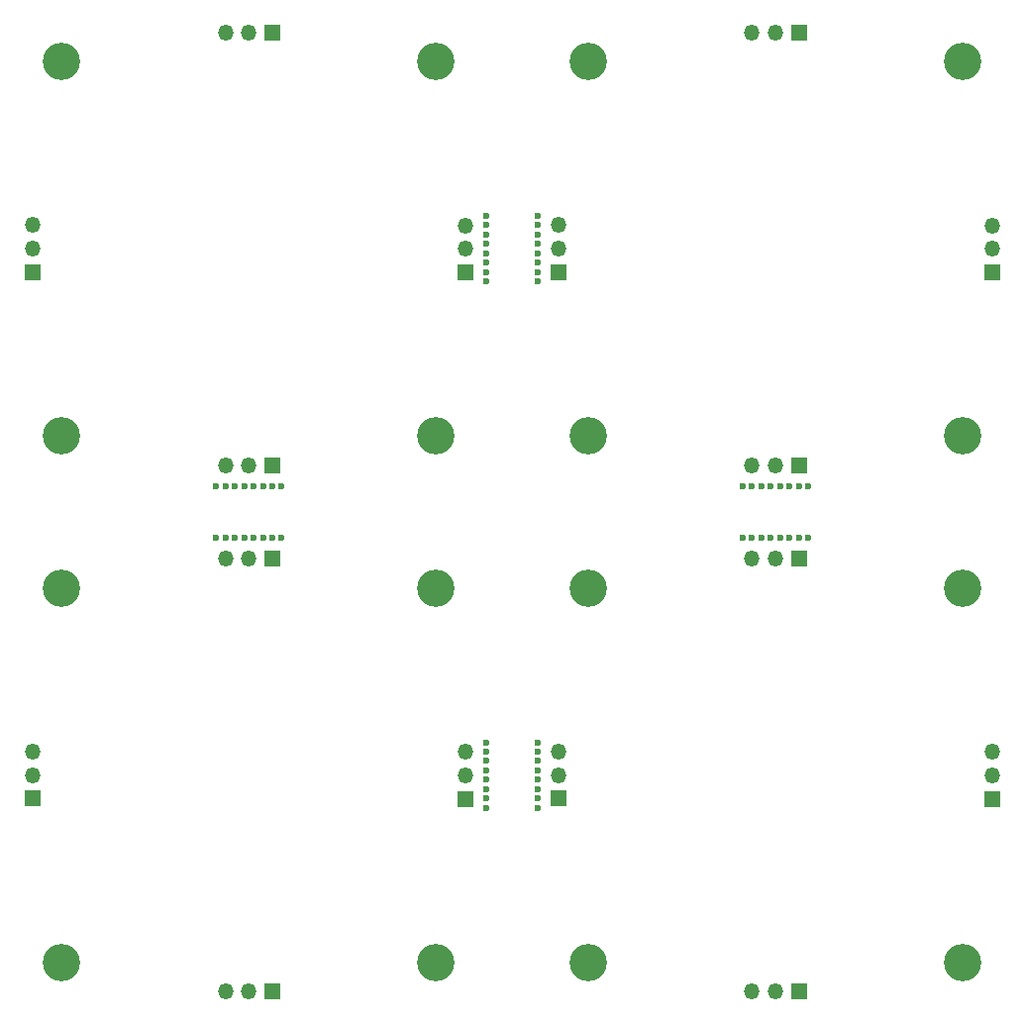
<source format=gbr>
%TF.GenerationSoftware,KiCad,Pcbnew,7.0.1*%
%TF.CreationDate,2023-09-10T14:19:26+09:00*%
%TF.ProjectId,cross_led,63726f73-735f-46c6-9564-2e6b69636164,rev?*%
%TF.SameCoordinates,Original*%
%TF.FileFunction,Soldermask,Bot*%
%TF.FilePolarity,Negative*%
%FSLAX46Y46*%
G04 Gerber Fmt 4.6, Leading zero omitted, Abs format (unit mm)*
G04 Created by KiCad (PCBNEW 7.0.1) date 2023-09-10 14:19:26*
%MOMM*%
%LPD*%
G01*
G04 APERTURE LIST*
%ADD10C,3.200000*%
%ADD11R,1.350000X1.350000*%
%ADD12O,1.350000X1.350000*%
%ADD13C,0.600000*%
G04 APERTURE END LIST*
D10*
%TO.C,REF\u002A\u002A*%
X103300000Y-84800000D03*
%TD*%
D11*
%TO.C,J202*%
X182825000Y-70825000D03*
D12*
X182825000Y-68825000D03*
X182825000Y-66825000D03*
%TD*%
D11*
%TO.C,J203*%
X121300000Y-132325000D03*
D12*
X119300000Y-132325000D03*
X117300000Y-132325000D03*
%TD*%
D10*
%TO.C,REF\u002A\u002A*%
X180300000Y-97800000D03*
%TD*%
%TO.C,REF\u002A\u002A*%
X135300000Y-97800000D03*
%TD*%
%TO.C,REF\u002A\u002A*%
X135300000Y-52800000D03*
%TD*%
D13*
%TO.C,REF\u002A\u002A*%
X116500000Y-89100000D03*
X116500000Y-93500000D03*
X117300000Y-89100000D03*
X117300000Y-93500000D03*
X118100000Y-89100000D03*
X118100000Y-93500000D03*
X118900000Y-89100000D03*
X118900000Y-93500000D03*
X119700000Y-89100000D03*
X119700000Y-93500000D03*
X120500000Y-89100000D03*
X120500000Y-93500000D03*
X121300000Y-89100000D03*
X121300000Y-93500000D03*
X122100000Y-89100000D03*
X122100000Y-93500000D03*
%TD*%
D10*
%TO.C,REF\u002A\u002A*%
X148300000Y-129800000D03*
%TD*%
D11*
%TO.C,J201*%
X121300000Y-50300000D03*
D12*
X119300000Y-50300000D03*
X117300000Y-50300000D03*
%TD*%
D11*
%TO.C,J204*%
X145775000Y-70800000D03*
D12*
X145775000Y-68800000D03*
X145775000Y-66800000D03*
%TD*%
D10*
%TO.C,REF\u002A\u002A*%
X135300000Y-84800000D03*
%TD*%
D11*
%TO.C,J201*%
X166300000Y-95300000D03*
D12*
X164300000Y-95300000D03*
X162300000Y-95300000D03*
%TD*%
D13*
%TO.C,REF\u002A\u002A*%
X139600000Y-116600000D03*
X144000000Y-116600000D03*
X139600000Y-115800000D03*
X144000000Y-115800000D03*
X139600000Y-115000000D03*
X144000000Y-115000000D03*
X139600000Y-114200000D03*
X144000000Y-114200000D03*
X139600000Y-113400000D03*
X144000000Y-113400000D03*
X139600000Y-112600000D03*
X144000000Y-112600000D03*
X139600000Y-111800000D03*
X144000000Y-111800000D03*
X139600000Y-111000000D03*
X144000000Y-111000000D03*
%TD*%
D10*
%TO.C,REF\u002A\u002A*%
X103300000Y-129800000D03*
%TD*%
%TO.C,REF\u002A\u002A*%
X148300000Y-52800000D03*
%TD*%
%TO.C,REF\u002A\u002A*%
X148300000Y-97800000D03*
%TD*%
D11*
%TO.C,J204*%
X145775000Y-115800000D03*
D12*
X145775000Y-113800000D03*
X145775000Y-111800000D03*
%TD*%
D11*
%TO.C,J201*%
X121300000Y-95300000D03*
D12*
X119300000Y-95300000D03*
X117300000Y-95300000D03*
%TD*%
D10*
%TO.C,REF\u002A\u002A*%
X148300000Y-84800000D03*
%TD*%
D11*
%TO.C,J201*%
X166300000Y-50300000D03*
D12*
X164300000Y-50300000D03*
X162300000Y-50300000D03*
%TD*%
D10*
%TO.C,REF\u002A\u002A*%
X103300000Y-52800000D03*
%TD*%
%TO.C,REF\u002A\u002A*%
X135300000Y-129800000D03*
%TD*%
D11*
%TO.C,J202*%
X182825000Y-115825000D03*
D12*
X182825000Y-113825000D03*
X182825000Y-111825000D03*
%TD*%
D11*
%TO.C,J203*%
X166300000Y-87325000D03*
D12*
X164300000Y-87325000D03*
X162300000Y-87325000D03*
%TD*%
D10*
%TO.C,REF\u002A\u002A*%
X103300000Y-97800000D03*
%TD*%
%TO.C,REF\u002A\u002A*%
X180300000Y-129800000D03*
%TD*%
D11*
%TO.C,J204*%
X100775000Y-115800000D03*
D12*
X100775000Y-113800000D03*
X100775000Y-111800000D03*
%TD*%
D11*
%TO.C,J202*%
X137825000Y-115825000D03*
D12*
X137825000Y-113825000D03*
X137825000Y-111825000D03*
%TD*%
D10*
%TO.C,REF\u002A\u002A*%
X180300000Y-84800000D03*
%TD*%
D11*
%TO.C,J202*%
X137825000Y-70825000D03*
D12*
X137825000Y-68825000D03*
X137825000Y-66825000D03*
%TD*%
D13*
%TO.C,REF\u002A\u002A*%
X167100000Y-93500000D03*
X167100000Y-89100000D03*
X166300000Y-93500000D03*
X166300000Y-89100000D03*
X165500000Y-93500000D03*
X165500000Y-89100000D03*
X164700000Y-93500000D03*
X164700000Y-89100000D03*
X163900000Y-93500000D03*
X163900000Y-89100000D03*
X163100000Y-93500000D03*
X163100000Y-89100000D03*
X162300000Y-93500000D03*
X162300000Y-89100000D03*
X161500000Y-93500000D03*
X161500000Y-89100000D03*
%TD*%
D11*
%TO.C,J204*%
X100775000Y-70800000D03*
D12*
X100775000Y-68800000D03*
X100775000Y-66800000D03*
%TD*%
D11*
%TO.C,J203*%
X121300000Y-87325000D03*
D12*
X119300000Y-87325000D03*
X117300000Y-87325000D03*
%TD*%
D10*
%TO.C,REF\u002A\u002A*%
X180300000Y-52800000D03*
%TD*%
D13*
%TO.C,REF\u002A\u002A*%
X144000000Y-66000000D03*
X139600000Y-66000000D03*
X144000000Y-66800000D03*
X139600000Y-66800000D03*
X144000000Y-67600000D03*
X139600000Y-67600000D03*
X144000000Y-68400000D03*
X139600000Y-68400000D03*
X144000000Y-69200000D03*
X139600000Y-69200000D03*
X144000000Y-70000000D03*
X139600000Y-70000000D03*
X144000000Y-70800000D03*
X139600000Y-70800000D03*
X144000000Y-71600000D03*
X139600000Y-71600000D03*
%TD*%
D11*
%TO.C,J203*%
X166300000Y-132325000D03*
D12*
X164300000Y-132325000D03*
X162300000Y-132325000D03*
%TD*%
M02*

</source>
